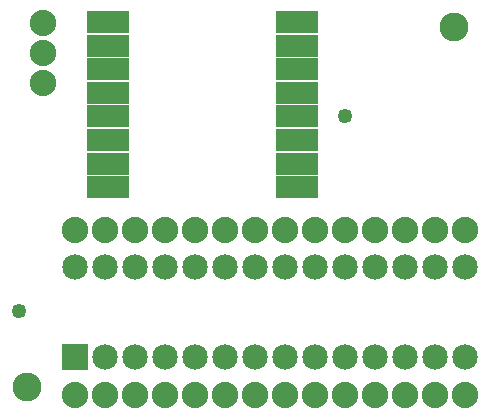
<source format=gts>
G04 MADE WITH FRITZING*
G04 WWW.FRITZING.ORG*
G04 DOUBLE SIDED*
G04 HOLES PLATED*
G04 CONTOUR ON CENTER OF CONTOUR VECTOR*
%ASAXBY*%
%FSLAX23Y23*%
%MOIN*%
%OFA0B0*%
%SFA1.0B1.0*%
%ADD10C,0.096614*%
%ADD11C,0.088000*%
%ADD12C,0.049370*%
%ADD13C,0.085000*%
%ADD14R,0.140110X0.077118*%
%ADD15R,0.085000X0.085000*%
%ADD16R,0.001000X0.001000*%
%LNMASK1*%
G90*
G70*
G54D10*
X76Y97D03*
X1501Y1297D03*
G54D11*
X129Y1312D03*
X129Y1212D03*
X129Y1112D03*
G54D12*
X1137Y1001D03*
X50Y350D03*
G54D13*
X238Y197D03*
X238Y497D03*
X338Y197D03*
X338Y497D03*
X438Y197D03*
X438Y497D03*
X538Y197D03*
X538Y497D03*
X638Y197D03*
X638Y497D03*
X738Y197D03*
X738Y497D03*
X838Y197D03*
X838Y497D03*
X938Y197D03*
X938Y497D03*
X1038Y197D03*
X1038Y497D03*
X1138Y197D03*
X1138Y497D03*
X1238Y197D03*
X1238Y497D03*
X1338Y197D03*
X1338Y497D03*
X1438Y197D03*
X1438Y497D03*
X1538Y197D03*
X1538Y497D03*
G54D11*
X235Y622D03*
X335Y622D03*
X435Y622D03*
X535Y622D03*
X635Y622D03*
X735Y622D03*
X835Y622D03*
X935Y622D03*
X1035Y622D03*
X1135Y622D03*
X1235Y622D03*
X1335Y622D03*
X1435Y622D03*
X1535Y622D03*
X235Y72D03*
X335Y72D03*
X435Y72D03*
X535Y72D03*
X635Y72D03*
X735Y72D03*
X835Y72D03*
X935Y72D03*
X1035Y72D03*
X1135Y72D03*
X1235Y72D03*
X1335Y72D03*
X1435Y72D03*
X1535Y72D03*
G54D14*
X347Y1236D03*
X347Y1315D03*
X347Y1158D03*
X347Y1079D03*
X347Y1000D03*
X347Y921D03*
X347Y843D03*
X347Y764D03*
X977Y1236D03*
X977Y1315D03*
X977Y1158D03*
X977Y1079D03*
X977Y1000D03*
X977Y921D03*
X977Y843D03*
X977Y764D03*
G54D15*
X238Y197D03*
G54D16*
D02*
G04 End of Mask1*
M02*
</source>
